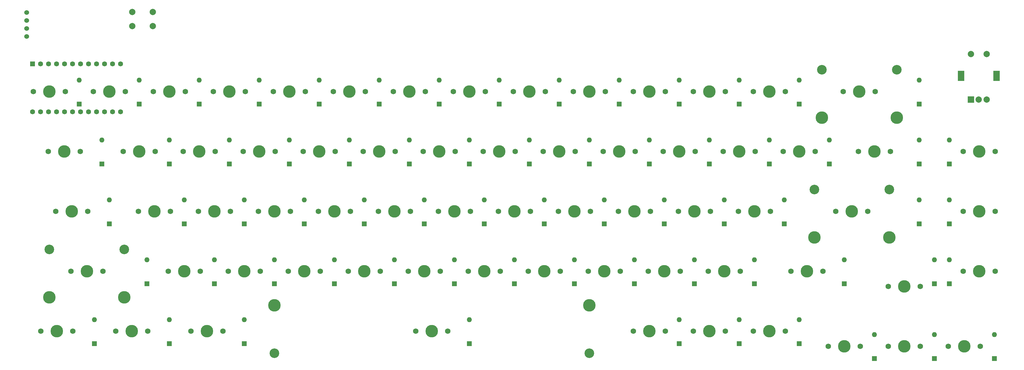
<source format=gts>
%TF.GenerationSoftware,KiCad,Pcbnew,(6.0.8)*%
%TF.CreationDate,2023-10-10T00:17:19-07:00*%
%TF.ProjectId,CMKC65_R1,434d4b43-3635-45f5-9231-2e6b69636164,rev?*%
%TF.SameCoordinates,Original*%
%TF.FileFunction,Soldermask,Top*%
%TF.FilePolarity,Negative*%
%FSLAX46Y46*%
G04 Gerber Fmt 4.6, Leading zero omitted, Abs format (unit mm)*
G04 Created by KiCad (PCBNEW (6.0.8)) date 2023-10-10 00:17:19*
%MOMM*%
%LPD*%
G01*
G04 APERTURE LIST*
%ADD10R,1.600000X1.600000*%
%ADD11O,1.600000X1.600000*%
%ADD12C,3.987800*%
%ADD13C,1.750000*%
%ADD14C,3.048000*%
%ADD15R,2.000000X2.000000*%
%ADD16C,2.000000*%
%ADD17R,2.000000X3.200000*%
%ADD18C,1.524000*%
%ADD19C,1.600000*%
G04 APERTURE END LIST*
D10*
X34925000Y-49212500D03*
D11*
X34925000Y-41592500D03*
D10*
X53975000Y-49212500D03*
D11*
X53975000Y-41592500D03*
D10*
X73025000Y-49212500D03*
D11*
X73025000Y-41592500D03*
D10*
X92075000Y-49212500D03*
D11*
X92075000Y-41592500D03*
D10*
X111125000Y-49212500D03*
D11*
X111125000Y-41592500D03*
D10*
X130175000Y-49212500D03*
D11*
X130175000Y-41592500D03*
D10*
X149225000Y-49212500D03*
D11*
X149225000Y-41592500D03*
D10*
X168275000Y-49212500D03*
D11*
X168275000Y-41592500D03*
D10*
X187325000Y-49212500D03*
D11*
X187325000Y-41592500D03*
D10*
X206375000Y-49212500D03*
D11*
X206375000Y-41592500D03*
D10*
X225425000Y-49212500D03*
D11*
X225425000Y-41592500D03*
D10*
X244475000Y-49212500D03*
D11*
X244475000Y-41592500D03*
D10*
X263525000Y-49212500D03*
D11*
X263525000Y-41592500D03*
D10*
X301625000Y-49212500D03*
D11*
X301625000Y-41592500D03*
D10*
X42068750Y-68262500D03*
D11*
X42068750Y-60642500D03*
D10*
X63500000Y-68262500D03*
D11*
X63500000Y-60642500D03*
D10*
X82550000Y-68262500D03*
D11*
X82550000Y-60642500D03*
D10*
X101600000Y-68262500D03*
D11*
X101600000Y-60642500D03*
D10*
X120650000Y-68262500D03*
D11*
X120650000Y-60642500D03*
D10*
X139700000Y-68262500D03*
D11*
X139700000Y-60642500D03*
D10*
X158750000Y-68262500D03*
D11*
X158750000Y-60642500D03*
D10*
X177800000Y-68262500D03*
D11*
X177800000Y-60642500D03*
D10*
X196850000Y-68262500D03*
D11*
X196850000Y-60642500D03*
D10*
X215900000Y-68262500D03*
D11*
X215900000Y-60642500D03*
D10*
X234950000Y-68262500D03*
D11*
X234950000Y-60642500D03*
D10*
X254000000Y-68262500D03*
D11*
X254000000Y-60642500D03*
D10*
X273050000Y-68262500D03*
D11*
X273050000Y-60642500D03*
D10*
X301625000Y-68262500D03*
D11*
X301625000Y-60642500D03*
D10*
X311150000Y-68262500D03*
D11*
X311150000Y-60642500D03*
D10*
X44450000Y-87312500D03*
D11*
X44450000Y-79692500D03*
D10*
X68262500Y-87312500D03*
D11*
X68262500Y-79692500D03*
D10*
X87312500Y-87312500D03*
D11*
X87312500Y-79692500D03*
D10*
X106362500Y-87312500D03*
D11*
X106362500Y-79692500D03*
D10*
X125412500Y-87312500D03*
D11*
X125412500Y-79692500D03*
D10*
X144462500Y-87312500D03*
D11*
X144462500Y-79692500D03*
D10*
X163512500Y-87312500D03*
D11*
X163512500Y-79692500D03*
D10*
X182562500Y-87312500D03*
D11*
X182562500Y-79692500D03*
D10*
X201612500Y-87312500D03*
D11*
X201612500Y-79692500D03*
D10*
X220662500Y-87312500D03*
D11*
X220662500Y-79692500D03*
D10*
X239712500Y-87312500D03*
D11*
X239712500Y-79692500D03*
D10*
X258762500Y-87312500D03*
D11*
X258762500Y-79692500D03*
D10*
X301625000Y-87312500D03*
D11*
X301625000Y-79692500D03*
D10*
X311150000Y-87312500D03*
D11*
X311150000Y-79692500D03*
D10*
X56356250Y-106362500D03*
D11*
X56356250Y-98742500D03*
D10*
X77787500Y-106362500D03*
D11*
X77787500Y-98742500D03*
D10*
X96837500Y-106362500D03*
D11*
X96837500Y-98742500D03*
D10*
X115887500Y-106362500D03*
D11*
X115887500Y-98742500D03*
D10*
X134937500Y-106362500D03*
D11*
X134937500Y-98742500D03*
D10*
X153987500Y-106362500D03*
D11*
X153987500Y-98742500D03*
D10*
X173037500Y-106362500D03*
D11*
X173037500Y-98742500D03*
D10*
X192087500Y-106362500D03*
D11*
X192087500Y-98742500D03*
D10*
X211137500Y-106362500D03*
D11*
X211137500Y-98742500D03*
D10*
X230187500Y-106362500D03*
D11*
X230187500Y-98742500D03*
D10*
X249237500Y-106362500D03*
D11*
X249237500Y-98742500D03*
D10*
X277812500Y-106362500D03*
D11*
X277812500Y-98742500D03*
D10*
X306387500Y-106362500D03*
D11*
X306387500Y-98742500D03*
D10*
X311150000Y-106362500D03*
D11*
X311150000Y-98742500D03*
D10*
X39687500Y-125412500D03*
D11*
X39687500Y-117792500D03*
D10*
X63500000Y-125412500D03*
D11*
X63500000Y-117792500D03*
D10*
X87312500Y-125412500D03*
D11*
X87312500Y-117792500D03*
D10*
X158750000Y-125412500D03*
D11*
X158750000Y-117792500D03*
D10*
X225425000Y-125412500D03*
D11*
X225425000Y-117792500D03*
D10*
X244475000Y-125412500D03*
D11*
X244475000Y-117792500D03*
D10*
X263525000Y-125412500D03*
D11*
X263525000Y-117792500D03*
D10*
X287337500Y-130175000D03*
D11*
X287337500Y-122555000D03*
D10*
X306387500Y-130175000D03*
D11*
X306387500Y-122555000D03*
D10*
X325437500Y-130175000D03*
D11*
X325437500Y-122555000D03*
D12*
X201612500Y-102393750D03*
D13*
X206692500Y-102393750D03*
X196532500Y-102393750D03*
D12*
X220662500Y-102393750D03*
D13*
X225742500Y-102393750D03*
X215582500Y-102393750D03*
D12*
X215900000Y-45243750D03*
D13*
X220980000Y-45243750D03*
X210820000Y-45243750D03*
X49530000Y-45243750D03*
D12*
X44450000Y-45243750D03*
D13*
X39370000Y-45243750D03*
D12*
X63500000Y-45243750D03*
D13*
X58420000Y-45243750D03*
X68580000Y-45243750D03*
X77470000Y-45243750D03*
X87630000Y-45243750D03*
D12*
X82550000Y-45243750D03*
D13*
X96520000Y-45243750D03*
X106680000Y-45243750D03*
D12*
X101600000Y-45243750D03*
X120650000Y-45243750D03*
D13*
X115570000Y-45243750D03*
X125730000Y-45243750D03*
X134620000Y-45243750D03*
D12*
X139700000Y-45243750D03*
D13*
X144780000Y-45243750D03*
D12*
X158750000Y-45243750D03*
D13*
X163830000Y-45243750D03*
X153670000Y-45243750D03*
X172720000Y-45243750D03*
D12*
X177800000Y-45243750D03*
D13*
X182880000Y-45243750D03*
X191770000Y-45243750D03*
X201930000Y-45243750D03*
D12*
X196850000Y-45243750D03*
D13*
X254317500Y-83343750D03*
X244157500Y-83343750D03*
D12*
X249237500Y-83343750D03*
X234950000Y-45243750D03*
D13*
X229870000Y-45243750D03*
X240030000Y-45243750D03*
X234632500Y-102393750D03*
D12*
X239712500Y-102393750D03*
D13*
X244792500Y-102393750D03*
D12*
X230187500Y-83343750D03*
D13*
X235267500Y-83343750D03*
X225107500Y-83343750D03*
X259080000Y-45243750D03*
D12*
X254000000Y-45243750D03*
D13*
X248920000Y-45243750D03*
X239395000Y-64293750D03*
X249555000Y-64293750D03*
D12*
X244475000Y-64293750D03*
X287337500Y-64293750D03*
D13*
X292417500Y-64293750D03*
X282257500Y-64293750D03*
D12*
X263525000Y-64293750D03*
D13*
X258445000Y-64293750D03*
X268605000Y-64293750D03*
D12*
X58737500Y-83343750D03*
D13*
X63817500Y-83343750D03*
X53657500Y-83343750D03*
X139382500Y-102393750D03*
D12*
X144462500Y-102393750D03*
D13*
X149542500Y-102393750D03*
D14*
X294481250Y-38258750D03*
D13*
X277495000Y-45243750D03*
D14*
X270668750Y-38258750D03*
D12*
X282575000Y-45243750D03*
X270668750Y-53498750D03*
D13*
X287655000Y-45243750D03*
D12*
X294481250Y-53498750D03*
D13*
X111442500Y-102393750D03*
X101282500Y-102393750D03*
D12*
X106362500Y-102393750D03*
D13*
X37623750Y-83343750D03*
D12*
X32543750Y-83343750D03*
D13*
X27463750Y-83343750D03*
X101917500Y-83343750D03*
X91757500Y-83343750D03*
D12*
X96837500Y-83343750D03*
D13*
X315595000Y-64293750D03*
X325755000Y-64293750D03*
D12*
X320675000Y-64293750D03*
X296862500Y-126206250D03*
D13*
X301942500Y-126206250D03*
X291782500Y-126206250D03*
X97155000Y-64293750D03*
X86995000Y-64293750D03*
D12*
X92075000Y-64293750D03*
X320675000Y-102393750D03*
D13*
X325755000Y-102393750D03*
X315595000Y-102393750D03*
D12*
X280193750Y-83343750D03*
X292100000Y-91598750D03*
D13*
X285273750Y-83343750D03*
D14*
X268287500Y-76358750D03*
D13*
X275113750Y-83343750D03*
D14*
X292100000Y-76358750D03*
D12*
X268287500Y-91598750D03*
X25400000Y-45243750D03*
D13*
X20320000Y-45243750D03*
X30480000Y-45243750D03*
X110807500Y-83343750D03*
D12*
X115887500Y-83343750D03*
D13*
X120967500Y-83343750D03*
X229870000Y-121443750D03*
D12*
X234950000Y-121443750D03*
D13*
X240030000Y-121443750D03*
X140017500Y-83343750D03*
D12*
X134937500Y-83343750D03*
D13*
X129857500Y-83343750D03*
X159067500Y-83343750D03*
X148907500Y-83343750D03*
D12*
X153987500Y-83343750D03*
D13*
X325755000Y-83343750D03*
X315595000Y-83343750D03*
D12*
X320675000Y-83343750D03*
D13*
X182245000Y-64293750D03*
X192405000Y-64293750D03*
D12*
X187325000Y-64293750D03*
D13*
X167957500Y-83343750D03*
X178117500Y-83343750D03*
D12*
X173037500Y-83343750D03*
X192087500Y-83343750D03*
D13*
X197167500Y-83343750D03*
X187007500Y-83343750D03*
X216217500Y-83343750D03*
D12*
X211137500Y-83343750D03*
D13*
X206057500Y-83343750D03*
X70326250Y-121443750D03*
D12*
X75406250Y-121443750D03*
D13*
X80486250Y-121443750D03*
X32861250Y-121443750D03*
X22701250Y-121443750D03*
D12*
X27781250Y-121443750D03*
D13*
X272732500Y-126206250D03*
X282892500Y-126206250D03*
D12*
X277812500Y-126206250D03*
D13*
X32226250Y-102393750D03*
D12*
X25400000Y-110648750D03*
D14*
X49212500Y-95408750D03*
D13*
X42386250Y-102393750D03*
D12*
X37306250Y-102393750D03*
D14*
X25400000Y-95408750D03*
D12*
X49212500Y-110648750D03*
X182562500Y-102393750D03*
D13*
X177482500Y-102393750D03*
X187642500Y-102393750D03*
X158432500Y-102393750D03*
D12*
X163512500Y-102393750D03*
D13*
X168592500Y-102393750D03*
D12*
X206375000Y-64293750D03*
D13*
X201295000Y-64293750D03*
X211455000Y-64293750D03*
D12*
X225425000Y-64293750D03*
D13*
X220345000Y-64293750D03*
X230505000Y-64293750D03*
X48895000Y-64293750D03*
D12*
X53975000Y-64293750D03*
D13*
X59055000Y-64293750D03*
X116205000Y-64293750D03*
D12*
X111125000Y-64293750D03*
D13*
X106045000Y-64293750D03*
X210820000Y-121443750D03*
X220980000Y-121443750D03*
D12*
X215900000Y-121443750D03*
X254000000Y-121443750D03*
D13*
X248920000Y-121443750D03*
X259080000Y-121443750D03*
X310832500Y-126206250D03*
D12*
X315912500Y-126206250D03*
D13*
X320992500Y-126206250D03*
X260826250Y-102393750D03*
D12*
X265906250Y-102393750D03*
D13*
X270986250Y-102393750D03*
D12*
X77787500Y-83343750D03*
D13*
X82867500Y-83343750D03*
X72707500Y-83343750D03*
D12*
X96843850Y-113188750D03*
D14*
X96843850Y-128428750D03*
D13*
X141763750Y-121443750D03*
D12*
X196843650Y-113188750D03*
D14*
X196843650Y-128428750D03*
D13*
X151923750Y-121443750D03*
D12*
X146843750Y-121443750D03*
X130175000Y-64293750D03*
D13*
X135255000Y-64293750D03*
X125095000Y-64293750D03*
D12*
X30162500Y-64293750D03*
D13*
X25082500Y-64293750D03*
X35242500Y-64293750D03*
X173355000Y-64293750D03*
D12*
X168275000Y-64293750D03*
D13*
X163195000Y-64293750D03*
X301942500Y-107156250D03*
D12*
X296862500Y-107156250D03*
D13*
X291782500Y-107156250D03*
X130492500Y-102393750D03*
D12*
X125412500Y-102393750D03*
D13*
X120332500Y-102393750D03*
D12*
X73025000Y-64293750D03*
D13*
X67945000Y-64293750D03*
X78105000Y-64293750D03*
X46513750Y-121443750D03*
D12*
X51593750Y-121443750D03*
D13*
X56673750Y-121443750D03*
X82232500Y-102393750D03*
X92392500Y-102393750D03*
D12*
X87312500Y-102393750D03*
D13*
X154305000Y-64293750D03*
X144145000Y-64293750D03*
D12*
X149225000Y-64293750D03*
D13*
X63182500Y-102393750D03*
X73342500Y-102393750D03*
D12*
X68262500Y-102393750D03*
D15*
X318008000Y-47752000D03*
D16*
X323008000Y-47752000D03*
X320508000Y-47752000D03*
D17*
X326108000Y-40252000D03*
X314908000Y-40252000D03*
D16*
X323008000Y-33252000D03*
X318008000Y-33252000D03*
D18*
X18250000Y-20090000D03*
X18250000Y-22630000D03*
X18250000Y-25170000D03*
X18250000Y-27710000D03*
D16*
X51780000Y-19900000D03*
X58280000Y-19900000D03*
X51780000Y-24400000D03*
X58280000Y-24400000D03*
D10*
X20060000Y-36410000D03*
D19*
X22600000Y-36410000D03*
X25140000Y-36410000D03*
X27680000Y-36410000D03*
X30220000Y-36410000D03*
X32760000Y-36410000D03*
X35300000Y-36410000D03*
X37840000Y-36410000D03*
X40380000Y-36410000D03*
X42920000Y-36410000D03*
X45460000Y-36410000D03*
X48000000Y-36410000D03*
X48000000Y-51650000D03*
X45460000Y-51650000D03*
X42920000Y-51650000D03*
X40380000Y-51650000D03*
X37840000Y-51650000D03*
X35300000Y-51650000D03*
X32760000Y-51650000D03*
X30220000Y-51650000D03*
X27680000Y-51650000D03*
X25140000Y-51650000D03*
X22600000Y-51650000D03*
X20060000Y-51650000D03*
M02*

</source>
